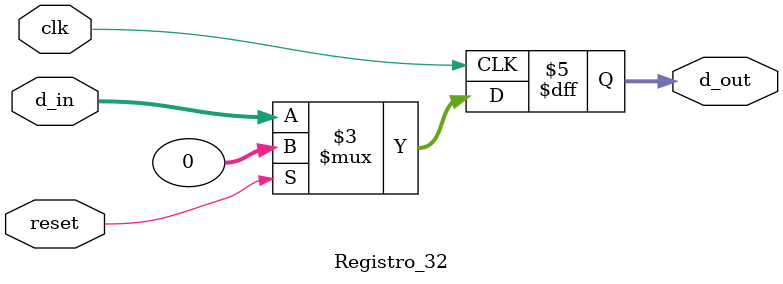
<source format=v>
`timescale 1ns / 1ps


module Registro_32(clk, reset, d_in, d_out);
    input       	clk, reset;
    input	[31:0]	d_in;
    output 	[31:0] 	d_out;
    reg 	[31:0]	 d_out;
   
    always @(posedge clk)
    begin
        if (reset) d_out <= 0;
        else d_out <= d_in;
    end

endmodule
	

</source>
